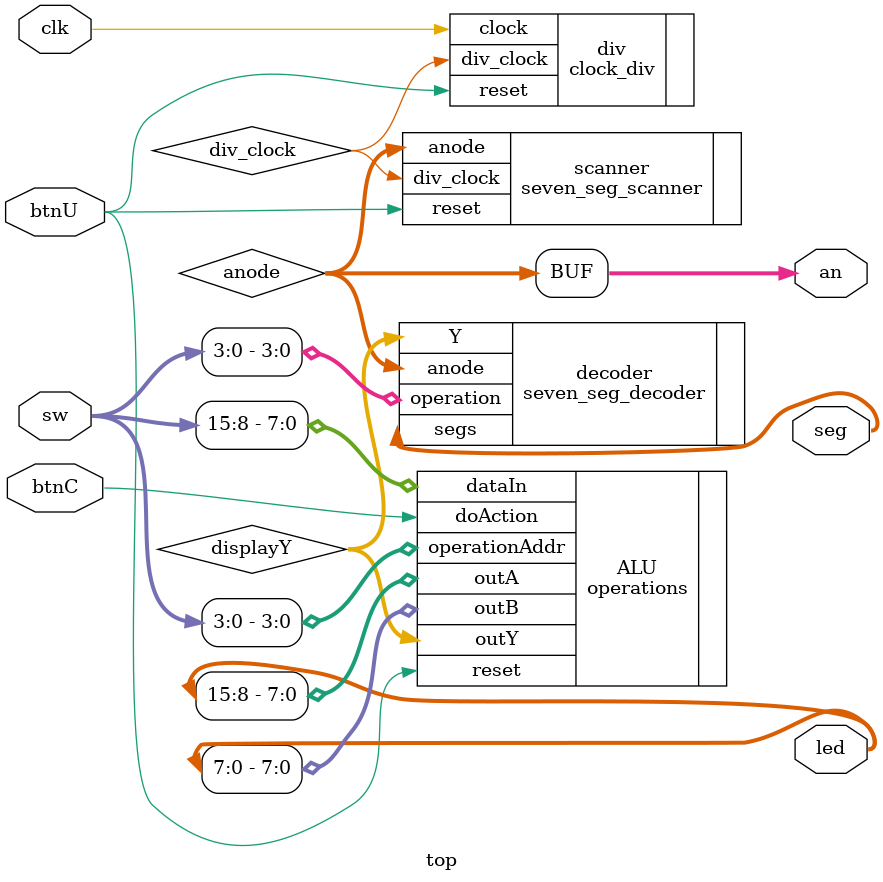
<source format=v>
module top(
    input [15:0] sw,
    input btnC,
    input btnU,
    input clk,
    
    output [15:0] led,
    output [6:0] seg,
    output [3:0] an
);
wire [7:0] displayY;
wire [3:0] anode;
wire div_clock;

operations ALU(
    .reset(btnU),    
    .doAction(btnC), 
    .operationAddr(sw[3:0]), 
    .dataIn(sw[15:8]),
    
    .outA(led[15:8]), //Output
    .outB(led[7:0]), //Output 
    .outY(displayY[7:0]) //Output
);
clock_div div(
    .clock(clk),
    .reset(btnU),
    .div_clock(div_clock)

);
seven_seg_scanner scanner(
    .div_clock(div_clock),
    .reset(btnU),
    .anode(anode[3:0]) //in
);
seven_seg_decoder decoder(
    .Y(displayY[7:0]),
    .operation(sw[3:0]),
    .anode(anode[3:0]),
    .segs(seg[6:0])
);
assign an = anode;
endmodule

</source>
